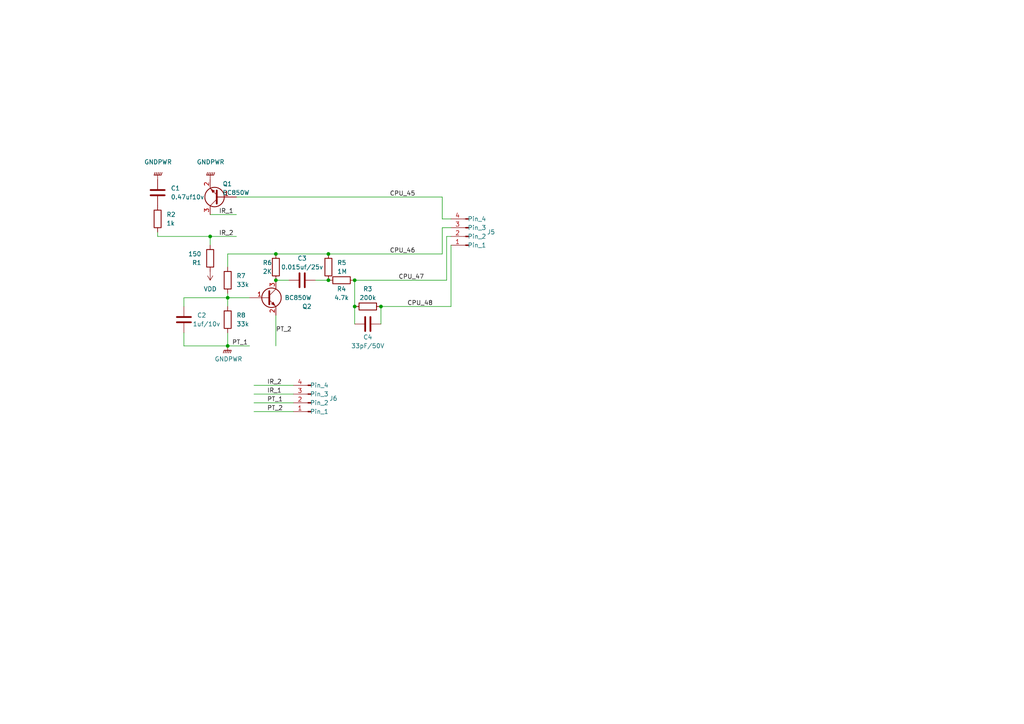
<source format=kicad_sch>
(kicad_sch
	(version 20231120)
	(generator "eeschema")
	(generator_version "8.0")
	(uuid "7234510c-a57b-4449-9b96-152fea1cbda0")
	(paper "A4")
	(lib_symbols
		(symbol "Connector:Conn_01x04_Pin"
			(pin_names
				(offset 1.016)
			)
			(exclude_from_sim no)
			(in_bom yes)
			(on_board yes)
			(property "Reference" "J"
				(at 0 5.08 0)
				(effects
					(font
						(size 1.27 1.27)
					)
				)
			)
			(property "Value" "Conn_01x04_Pin"
				(at 0 -7.62 0)
				(effects
					(font
						(size 1.27 1.27)
					)
				)
			)
			(property "Footprint" ""
				(at 0 0 0)
				(effects
					(font
						(size 1.27 1.27)
					)
					(hide yes)
				)
			)
			(property "Datasheet" "~"
				(at 0 0 0)
				(effects
					(font
						(size 1.27 1.27)
					)
					(hide yes)
				)
			)
			(property "Description" "Generic connector, single row, 01x04, script generated"
				(at 0 0 0)
				(effects
					(font
						(size 1.27 1.27)
					)
					(hide yes)
				)
			)
			(property "ki_locked" ""
				(at 0 0 0)
				(effects
					(font
						(size 1.27 1.27)
					)
				)
			)
			(property "ki_keywords" "connector"
				(at 0 0 0)
				(effects
					(font
						(size 1.27 1.27)
					)
					(hide yes)
				)
			)
			(property "ki_fp_filters" "Connector*:*_1x??_*"
				(at 0 0 0)
				(effects
					(font
						(size 1.27 1.27)
					)
					(hide yes)
				)
			)
			(symbol "Conn_01x04_Pin_1_1"
				(polyline
					(pts
						(xy 1.27 -5.08) (xy 0.8636 -5.08)
					)
					(stroke
						(width 0.1524)
						(type default)
					)
					(fill
						(type none)
					)
				)
				(polyline
					(pts
						(xy 1.27 -2.54) (xy 0.8636 -2.54)
					)
					(stroke
						(width 0.1524)
						(type default)
					)
					(fill
						(type none)
					)
				)
				(polyline
					(pts
						(xy 1.27 0) (xy 0.8636 0)
					)
					(stroke
						(width 0.1524)
						(type default)
					)
					(fill
						(type none)
					)
				)
				(polyline
					(pts
						(xy 1.27 2.54) (xy 0.8636 2.54)
					)
					(stroke
						(width 0.1524)
						(type default)
					)
					(fill
						(type none)
					)
				)
				(rectangle
					(start 0.8636 -4.953)
					(end 0 -5.207)
					(stroke
						(width 0.1524)
						(type default)
					)
					(fill
						(type outline)
					)
				)
				(rectangle
					(start 0.8636 -2.413)
					(end 0 -2.667)
					(stroke
						(width 0.1524)
						(type default)
					)
					(fill
						(type outline)
					)
				)
				(rectangle
					(start 0.8636 0.127)
					(end 0 -0.127)
					(stroke
						(width 0.1524)
						(type default)
					)
					(fill
						(type outline)
					)
				)
				(rectangle
					(start 0.8636 2.667)
					(end 0 2.413)
					(stroke
						(width 0.1524)
						(type default)
					)
					(fill
						(type outline)
					)
				)
				(pin passive line
					(at 5.08 2.54 180)
					(length 3.81)
					(name "Pin_1"
						(effects
							(font
								(size 1.27 1.27)
							)
						)
					)
					(number "1"
						(effects
							(font
								(size 1.27 1.27)
							)
						)
					)
				)
				(pin passive line
					(at 5.08 0 180)
					(length 3.81)
					(name "Pin_2"
						(effects
							(font
								(size 1.27 1.27)
							)
						)
					)
					(number "2"
						(effects
							(font
								(size 1.27 1.27)
							)
						)
					)
				)
				(pin passive line
					(at 5.08 -2.54 180)
					(length 3.81)
					(name "Pin_3"
						(effects
							(font
								(size 1.27 1.27)
							)
						)
					)
					(number "3"
						(effects
							(font
								(size 1.27 1.27)
							)
						)
					)
				)
				(pin passive line
					(at 5.08 -5.08 180)
					(length 3.81)
					(name "Pin_4"
						(effects
							(font
								(size 1.27 1.27)
							)
						)
					)
					(number "4"
						(effects
							(font
								(size 1.27 1.27)
							)
						)
					)
				)
			)
		)
		(symbol "Device:C"
			(pin_numbers hide)
			(pin_names
				(offset 0.254)
			)
			(exclude_from_sim no)
			(in_bom yes)
			(on_board yes)
			(property "Reference" "C"
				(at 0.635 2.54 0)
				(effects
					(font
						(size 1.27 1.27)
					)
					(justify left)
				)
			)
			(property "Value" "C"
				(at 0.635 -2.54 0)
				(effects
					(font
						(size 1.27 1.27)
					)
					(justify left)
				)
			)
			(property "Footprint" ""
				(at 0.9652 -3.81 0)
				(effects
					(font
						(size 1.27 1.27)
					)
					(hide yes)
				)
			)
			(property "Datasheet" "~"
				(at 0 0 0)
				(effects
					(font
						(size 1.27 1.27)
					)
					(hide yes)
				)
			)
			(property "Description" "Unpolarized capacitor"
				(at 0 0 0)
				(effects
					(font
						(size 1.27 1.27)
					)
					(hide yes)
				)
			)
			(property "ki_keywords" "cap capacitor"
				(at 0 0 0)
				(effects
					(font
						(size 1.27 1.27)
					)
					(hide yes)
				)
			)
			(property "ki_fp_filters" "C_*"
				(at 0 0 0)
				(effects
					(font
						(size 1.27 1.27)
					)
					(hide yes)
				)
			)
			(symbol "C_0_1"
				(polyline
					(pts
						(xy -2.032 -0.762) (xy 2.032 -0.762)
					)
					(stroke
						(width 0.508)
						(type default)
					)
					(fill
						(type none)
					)
				)
				(polyline
					(pts
						(xy -2.032 0.762) (xy 2.032 0.762)
					)
					(stroke
						(width 0.508)
						(type default)
					)
					(fill
						(type none)
					)
				)
			)
			(symbol "C_1_1"
				(pin passive line
					(at 0 3.81 270)
					(length 2.794)
					(name "~"
						(effects
							(font
								(size 1.27 1.27)
							)
						)
					)
					(number "1"
						(effects
							(font
								(size 1.27 1.27)
							)
						)
					)
				)
				(pin passive line
					(at 0 -3.81 90)
					(length 2.794)
					(name "~"
						(effects
							(font
								(size 1.27 1.27)
							)
						)
					)
					(number "2"
						(effects
							(font
								(size 1.27 1.27)
							)
						)
					)
				)
			)
		)
		(symbol "Device:R"
			(pin_numbers hide)
			(pin_names
				(offset 0)
			)
			(exclude_from_sim no)
			(in_bom yes)
			(on_board yes)
			(property "Reference" "R"
				(at 2.032 0 90)
				(effects
					(font
						(size 1.27 1.27)
					)
				)
			)
			(property "Value" "R"
				(at 0 0 90)
				(effects
					(font
						(size 1.27 1.27)
					)
				)
			)
			(property "Footprint" ""
				(at -1.778 0 90)
				(effects
					(font
						(size 1.27 1.27)
					)
					(hide yes)
				)
			)
			(property "Datasheet" "~"
				(at 0 0 0)
				(effects
					(font
						(size 1.27 1.27)
					)
					(hide yes)
				)
			)
			(property "Description" "Resistor"
				(at 0 0 0)
				(effects
					(font
						(size 1.27 1.27)
					)
					(hide yes)
				)
			)
			(property "ki_keywords" "R res resistor"
				(at 0 0 0)
				(effects
					(font
						(size 1.27 1.27)
					)
					(hide yes)
				)
			)
			(property "ki_fp_filters" "R_*"
				(at 0 0 0)
				(effects
					(font
						(size 1.27 1.27)
					)
					(hide yes)
				)
			)
			(symbol "R_0_1"
				(rectangle
					(start -1.016 -2.54)
					(end 1.016 2.54)
					(stroke
						(width 0.254)
						(type default)
					)
					(fill
						(type none)
					)
				)
			)
			(symbol "R_1_1"
				(pin passive line
					(at 0 3.81 270)
					(length 1.27)
					(name "~"
						(effects
							(font
								(size 1.27 1.27)
							)
						)
					)
					(number "1"
						(effects
							(font
								(size 1.27 1.27)
							)
						)
					)
				)
				(pin passive line
					(at 0 -3.81 90)
					(length 1.27)
					(name "~"
						(effects
							(font
								(size 1.27 1.27)
							)
						)
					)
					(number "2"
						(effects
							(font
								(size 1.27 1.27)
							)
						)
					)
				)
			)
		)
		(symbol "Transistor_BJT:BC850W"
			(pin_names
				(offset 0) hide)
			(exclude_from_sim no)
			(in_bom yes)
			(on_board yes)
			(property "Reference" "Q"
				(at 5.08 1.905 0)
				(effects
					(font
						(size 1.27 1.27)
					)
					(justify left)
				)
			)
			(property "Value" "BC850W"
				(at 5.08 0 0)
				(effects
					(font
						(size 1.27 1.27)
					)
					(justify left)
				)
			)
			(property "Footprint" "Package_TO_SOT_SMD:SOT-323_SC-70"
				(at 5.08 -1.905 0)
				(effects
					(font
						(size 1.27 1.27)
						(italic yes)
					)
					(justify left)
					(hide yes)
				)
			)
			(property "Datasheet" "http://www.infineon.com/dgdl/Infineon-BC847SERIES_BC848SERIES_BC849SERIES_BC850SERIES-DS-v01_01-en.pdf?fileId=db3a304314dca389011541d4630a1657"
				(at 0 0 0)
				(effects
					(font
						(size 1.27 1.27)
					)
					(justify left)
					(hide yes)
				)
			)
			(property "Description" "0.1A Ic, 45V Vce, NPN Transistor, SOT-323"
				(at 0 0 0)
				(effects
					(font
						(size 1.27 1.27)
					)
					(hide yes)
				)
			)
			(property "ki_keywords" "NPN Small Signal Transistor"
				(at 0 0 0)
				(effects
					(font
						(size 1.27 1.27)
					)
					(hide yes)
				)
			)
			(property "ki_fp_filters" "SOT?323*"
				(at 0 0 0)
				(effects
					(font
						(size 1.27 1.27)
					)
					(hide yes)
				)
			)
			(symbol "BC850W_0_1"
				(polyline
					(pts
						(xy 0.635 0.635) (xy 2.54 2.54)
					)
					(stroke
						(width 0)
						(type default)
					)
					(fill
						(type none)
					)
				)
				(polyline
					(pts
						(xy 0.635 -0.635) (xy 2.54 -2.54) (xy 2.54 -2.54)
					)
					(stroke
						(width 0)
						(type default)
					)
					(fill
						(type none)
					)
				)
				(polyline
					(pts
						(xy 0.635 1.905) (xy 0.635 -1.905) (xy 0.635 -1.905)
					)
					(stroke
						(width 0.508)
						(type default)
					)
					(fill
						(type none)
					)
				)
				(polyline
					(pts
						(xy 1.27 -1.778) (xy 1.778 -1.27) (xy 2.286 -2.286) (xy 1.27 -1.778) (xy 1.27 -1.778)
					)
					(stroke
						(width 0)
						(type default)
					)
					(fill
						(type outline)
					)
				)
				(circle
					(center 1.27 0)
					(radius 2.8194)
					(stroke
						(width 0.254)
						(type default)
					)
					(fill
						(type none)
					)
				)
			)
			(symbol "BC850W_1_1"
				(pin input line
					(at -5.08 0 0)
					(length 5.715)
					(name "B"
						(effects
							(font
								(size 1.27 1.27)
							)
						)
					)
					(number "1"
						(effects
							(font
								(size 1.27 1.27)
							)
						)
					)
				)
				(pin passive line
					(at 2.54 -5.08 90)
					(length 2.54)
					(name "E"
						(effects
							(font
								(size 1.27 1.27)
							)
						)
					)
					(number "2"
						(effects
							(font
								(size 1.27 1.27)
							)
						)
					)
				)
				(pin passive line
					(at 2.54 5.08 270)
					(length 2.54)
					(name "C"
						(effects
							(font
								(size 1.27 1.27)
							)
						)
					)
					(number "3"
						(effects
							(font
								(size 1.27 1.27)
							)
						)
					)
				)
			)
		)
		(symbol "power:GNDPWR"
			(power)
			(pin_names
				(offset 0)
			)
			(exclude_from_sim no)
			(in_bom yes)
			(on_board yes)
			(property "Reference" "#PWR"
				(at 0 -5.08 0)
				(effects
					(font
						(size 1.27 1.27)
					)
					(hide yes)
				)
			)
			(property "Value" "GNDPWR"
				(at 0 -3.302 0)
				(effects
					(font
						(size 1.27 1.27)
					)
				)
			)
			(property "Footprint" ""
				(at 0 -1.27 0)
				(effects
					(font
						(size 1.27 1.27)
					)
					(hide yes)
				)
			)
			(property "Datasheet" ""
				(at 0 -1.27 0)
				(effects
					(font
						(size 1.27 1.27)
					)
					(hide yes)
				)
			)
			(property "Description" "Power symbol creates a global label with name \"GNDPWR\" , power ground"
				(at 0 0 0)
				(effects
					(font
						(size 1.27 1.27)
					)
					(hide yes)
				)
			)
			(property "ki_keywords" "power-flag"
				(at 0 0 0)
				(effects
					(font
						(size 1.27 1.27)
					)
					(hide yes)
				)
			)
			(symbol "GNDPWR_0_1"
				(polyline
					(pts
						(xy 0 -1.27) (xy 0 0)
					)
					(stroke
						(width 0)
						(type default)
					)
					(fill
						(type none)
					)
				)
				(polyline
					(pts
						(xy -1.016 -1.27) (xy -1.27 -2.032) (xy -1.27 -2.032)
					)
					(stroke
						(width 0.2032)
						(type default)
					)
					(fill
						(type none)
					)
				)
				(polyline
					(pts
						(xy -0.508 -1.27) (xy -0.762 -2.032) (xy -0.762 -2.032)
					)
					(stroke
						(width 0.2032)
						(type default)
					)
					(fill
						(type none)
					)
				)
				(polyline
					(pts
						(xy 0 -1.27) (xy -0.254 -2.032) (xy -0.254 -2.032)
					)
					(stroke
						(width 0.2032)
						(type default)
					)
					(fill
						(type none)
					)
				)
				(polyline
					(pts
						(xy 0.508 -1.27) (xy 0.254 -2.032) (xy 0.254 -2.032)
					)
					(stroke
						(width 0.2032)
						(type default)
					)
					(fill
						(type none)
					)
				)
				(polyline
					(pts
						(xy 1.016 -1.27) (xy -1.016 -1.27) (xy -1.016 -1.27)
					)
					(stroke
						(width 0.2032)
						(type default)
					)
					(fill
						(type none)
					)
				)
				(polyline
					(pts
						(xy 1.016 -1.27) (xy 0.762 -2.032) (xy 0.762 -2.032) (xy 0.762 -2.032)
					)
					(stroke
						(width 0.2032)
						(type default)
					)
					(fill
						(type none)
					)
				)
			)
			(symbol "GNDPWR_1_1"
				(pin power_in line
					(at 0 0 270)
					(length 0) hide
					(name "GNDPWR"
						(effects
							(font
								(size 1.27 1.27)
							)
						)
					)
					(number "1"
						(effects
							(font
								(size 1.27 1.27)
							)
						)
					)
				)
			)
		)
		(symbol "power:VDD"
			(power)
			(pin_names
				(offset 0)
			)
			(exclude_from_sim no)
			(in_bom yes)
			(on_board yes)
			(property "Reference" "#PWR"
				(at 0 -3.81 0)
				(effects
					(font
						(size 1.27 1.27)
					)
					(hide yes)
				)
			)
			(property "Value" "VDD"
				(at 0 3.81 0)
				(effects
					(font
						(size 1.27 1.27)
					)
				)
			)
			(property "Footprint" ""
				(at 0 0 0)
				(effects
					(font
						(size 1.27 1.27)
					)
					(hide yes)
				)
			)
			(property "Datasheet" ""
				(at 0 0 0)
				(effects
					(font
						(size 1.27 1.27)
					)
					(hide yes)
				)
			)
			(property "Description" "Power symbol creates a global label with name \"VDD\""
				(at 0 0 0)
				(effects
					(font
						(size 1.27 1.27)
					)
					(hide yes)
				)
			)
			(property "ki_keywords" "power-flag"
				(at 0 0 0)
				(effects
					(font
						(size 1.27 1.27)
					)
					(hide yes)
				)
			)
			(symbol "VDD_0_1"
				(polyline
					(pts
						(xy -0.762 1.27) (xy 0 2.54)
					)
					(stroke
						(width 0)
						(type default)
					)
					(fill
						(type none)
					)
				)
				(polyline
					(pts
						(xy 0 0) (xy 0 2.54)
					)
					(stroke
						(width 0)
						(type default)
					)
					(fill
						(type none)
					)
				)
				(polyline
					(pts
						(xy 0 2.54) (xy 0.762 1.27)
					)
					(stroke
						(width 0)
						(type default)
					)
					(fill
						(type none)
					)
				)
			)
			(symbol "VDD_1_1"
				(pin power_in line
					(at 0 0 90)
					(length 0) hide
					(name "VDD"
						(effects
							(font
								(size 1.27 1.27)
							)
						)
					)
					(number "1"
						(effects
							(font
								(size 1.27 1.27)
							)
						)
					)
				)
			)
		)
	)
	(junction
		(at 60.96 68.58)
		(diameter 0)
		(color 0 0 0 0)
		(uuid "0aa3acb5-8a2d-47bd-83af-8a433980330b")
	)
	(junction
		(at 102.87 88.9)
		(diameter 0)
		(color 0 0 0 0)
		(uuid "1160e278-a557-4133-b87b-37781ef5d8d8")
	)
	(junction
		(at 110.49 88.9)
		(diameter 0)
		(color 0 0 0 0)
		(uuid "2ad300f6-9b8a-421d-a130-5d828dace27c")
	)
	(junction
		(at 66.04 100.33)
		(diameter 0)
		(color 0 0 0 0)
		(uuid "2b20834f-add3-4e60-ae3d-8437b2dc909d")
	)
	(junction
		(at 95.25 81.28)
		(diameter 0)
		(color 0 0 0 0)
		(uuid "43edd270-b58e-4520-bf5c-e311cffb72d3")
	)
	(junction
		(at 95.25 73.66)
		(diameter 0)
		(color 0 0 0 0)
		(uuid "451d9703-df61-4c0b-83aa-61e2a556320c")
	)
	(junction
		(at 80.01 73.66)
		(diameter 0)
		(color 0 0 0 0)
		(uuid "63247c21-5417-4599-9444-5f38d9f93ea2")
	)
	(junction
		(at 66.04 86.36)
		(diameter 0)
		(color 0 0 0 0)
		(uuid "69c910bb-0e44-443a-9182-343f09dd1d06")
	)
	(junction
		(at 102.87 81.28)
		(diameter 0)
		(color 0 0 0 0)
		(uuid "aefd3321-2f47-49cc-b184-b598e40c208d")
	)
	(junction
		(at 80.01 81.28)
		(diameter 0)
		(color 0 0 0 0)
		(uuid "c6245bd9-df15-4676-902c-857fc85996ba")
	)
	(wire
		(pts
			(xy 129.54 68.58) (xy 130.81 68.58)
		)
		(stroke
			(width 0)
			(type default)
		)
		(uuid "02ca8686-e233-4ce6-a5a8-7f3c4db7ae4b")
	)
	(wire
		(pts
			(xy 66.04 100.33) (xy 66.04 96.52)
		)
		(stroke
			(width 0)
			(type default)
		)
		(uuid "09f457cd-bb7f-4bff-94ff-70a3554455bc")
	)
	(wire
		(pts
			(xy 130.81 88.9) (xy 130.81 71.12)
		)
		(stroke
			(width 0)
			(type default)
		)
		(uuid "09fc2af7-d19a-4e06-9961-84ee1e35acfb")
	)
	(wire
		(pts
			(xy 53.34 86.36) (xy 66.04 86.36)
		)
		(stroke
			(width 0)
			(type default)
		)
		(uuid "0ea354e0-14b9-41e9-8f24-204691d85b8d")
	)
	(wire
		(pts
			(xy 60.96 68.58) (xy 45.72 68.58)
		)
		(stroke
			(width 0)
			(type default)
		)
		(uuid "0fa05cad-34f2-47b3-82a4-fa81d431799b")
	)
	(wire
		(pts
			(xy 73.66 116.84) (xy 85.09 116.84)
		)
		(stroke
			(width 0)
			(type default)
		)
		(uuid "1875a895-f78f-4421-8741-f4a822fed1a2")
	)
	(wire
		(pts
			(xy 60.96 71.12) (xy 60.96 68.58)
		)
		(stroke
			(width 0)
			(type default)
		)
		(uuid "1c79a21a-69b4-4af2-810d-dbaba1b8bfc5")
	)
	(wire
		(pts
			(xy 91.44 81.28) (xy 95.25 81.28)
		)
		(stroke
			(width 0)
			(type default)
		)
		(uuid "1ef49367-abd0-4c85-9dd2-2b9a0a8d91f7")
	)
	(wire
		(pts
			(xy 73.66 111.76) (xy 85.09 111.76)
		)
		(stroke
			(width 0)
			(type default)
		)
		(uuid "3136b1b4-c16c-4f4f-a2f2-33683be83766")
	)
	(wire
		(pts
			(xy 110.49 88.9) (xy 110.49 93.98)
		)
		(stroke
			(width 0)
			(type default)
		)
		(uuid "3602383b-7574-42ff-8a75-8a623a424d92")
	)
	(wire
		(pts
			(xy 80.01 81.28) (xy 83.82 81.28)
		)
		(stroke
			(width 0)
			(type default)
		)
		(uuid "372e245e-c407-4382-9c68-05b97febcffc")
	)
	(wire
		(pts
			(xy 102.87 81.28) (xy 102.87 88.9)
		)
		(stroke
			(width 0)
			(type default)
		)
		(uuid "4b60a924-a9ee-4aac-939c-0e43d7abbcaf")
	)
	(wire
		(pts
			(xy 66.04 86.36) (xy 72.39 86.36)
		)
		(stroke
			(width 0)
			(type default)
		)
		(uuid "4fa2c9e4-5705-4732-b803-27235a5b79e4")
	)
	(wire
		(pts
			(xy 128.27 73.66) (xy 128.27 66.04)
		)
		(stroke
			(width 0)
			(type default)
		)
		(uuid "5b4c9ae8-10d0-435d-a435-b304ff1f7fad")
	)
	(wire
		(pts
			(xy 73.66 114.3) (xy 85.09 114.3)
		)
		(stroke
			(width 0)
			(type default)
		)
		(uuid "62fc8136-74ab-465f-b70b-6d573369bf5e")
	)
	(wire
		(pts
			(xy 80.01 91.44) (xy 80.01 100.33)
		)
		(stroke
			(width 0)
			(type default)
		)
		(uuid "64eeb212-4c1e-4d37-8180-9145cb037ea0")
	)
	(wire
		(pts
			(xy 128.27 66.04) (xy 130.81 66.04)
		)
		(stroke
			(width 0)
			(type default)
		)
		(uuid "687bb716-5f51-401b-99fd-b00e3697d941")
	)
	(wire
		(pts
			(xy 73.66 119.38) (xy 85.09 119.38)
		)
		(stroke
			(width 0)
			(type default)
		)
		(uuid "6cc86906-8177-4324-9c6e-e99f76f4e494")
	)
	(wire
		(pts
			(xy 53.34 88.9) (xy 53.34 86.36)
		)
		(stroke
			(width 0)
			(type default)
		)
		(uuid "7d4d11bd-31a7-444b-9fc0-bcd98d128a21")
	)
	(wire
		(pts
			(xy 68.58 57.15) (xy 128.27 57.15)
		)
		(stroke
			(width 0)
			(type default)
		)
		(uuid "86710b97-f567-42a5-aed7-f8547c2c867a")
	)
	(wire
		(pts
			(xy 80.01 73.66) (xy 66.04 73.66)
		)
		(stroke
			(width 0)
			(type default)
		)
		(uuid "9069eef2-4adc-4718-8f82-69faeaf2f036")
	)
	(wire
		(pts
			(xy 45.72 68.58) (xy 45.72 67.31)
		)
		(stroke
			(width 0)
			(type default)
		)
		(uuid "90a4e625-4f28-418a-a72e-fd365d68edbb")
	)
	(wire
		(pts
			(xy 102.87 81.28) (xy 129.54 81.28)
		)
		(stroke
			(width 0)
			(type default)
		)
		(uuid "9fa09a5d-e63a-4aa6-87aa-caaf1f0dfab4")
	)
	(wire
		(pts
			(xy 95.25 73.66) (xy 128.27 73.66)
		)
		(stroke
			(width 0)
			(type default)
		)
		(uuid "a624cd0d-cc95-4c2e-8bc4-3f861a1b6033")
	)
	(wire
		(pts
			(xy 66.04 85.09) (xy 66.04 86.36)
		)
		(stroke
			(width 0)
			(type default)
		)
		(uuid "b62a4b51-f629-4613-a489-e23d73102288")
	)
	(wire
		(pts
			(xy 128.27 57.15) (xy 128.27 63.5)
		)
		(stroke
			(width 0)
			(type default)
		)
		(uuid "b775be94-1aef-4f11-9141-8d55118274af")
	)
	(wire
		(pts
			(xy 129.54 81.28) (xy 129.54 68.58)
		)
		(stroke
			(width 0)
			(type default)
		)
		(uuid "c407faab-a986-4c87-b2f0-3219a256b9a5")
	)
	(wire
		(pts
			(xy 110.49 88.9) (xy 130.81 88.9)
		)
		(stroke
			(width 0)
			(type default)
		)
		(uuid "c830ae98-2e63-48d8-ad92-af77e3ea81fd")
	)
	(wire
		(pts
			(xy 66.04 100.33) (xy 72.39 100.33)
		)
		(stroke
			(width 0)
			(type default)
		)
		(uuid "d6b2fbff-b6ab-4c7f-b2f7-3155ecd4260e")
	)
	(wire
		(pts
			(xy 60.96 62.23) (xy 68.58 62.23)
		)
		(stroke
			(width 0)
			(type default)
		)
		(uuid "eb524cb0-48cf-4c96-8556-d613efaf2497")
	)
	(wire
		(pts
			(xy 66.04 86.36) (xy 66.04 88.9)
		)
		(stroke
			(width 0)
			(type default)
		)
		(uuid "ef3fd42c-5434-42d7-9c7d-c026e613d937")
	)
	(wire
		(pts
			(xy 128.27 63.5) (xy 130.81 63.5)
		)
		(stroke
			(width 0)
			(type default)
		)
		(uuid "f27fbbbc-c31e-4f15-9d6d-953336ed5152")
	)
	(wire
		(pts
			(xy 66.04 73.66) (xy 66.04 77.47)
		)
		(stroke
			(width 0)
			(type default)
		)
		(uuid "f374ce20-edb6-4d88-842e-ed1d20a2ee4d")
	)
	(wire
		(pts
			(xy 53.34 100.33) (xy 66.04 100.33)
		)
		(stroke
			(width 0)
			(type default)
		)
		(uuid "f46bf211-348b-40f0-8f8a-3bbe655ce8d8")
	)
	(wire
		(pts
			(xy 80.01 73.66) (xy 95.25 73.66)
		)
		(stroke
			(width 0)
			(type default)
		)
		(uuid "f621f608-d819-47ed-aec7-03faa4460ad5")
	)
	(wire
		(pts
			(xy 60.96 68.58) (xy 68.58 68.58)
		)
		(stroke
			(width 0)
			(type default)
		)
		(uuid "f9217194-f63c-4e74-b420-ad6e440718bf")
	)
	(wire
		(pts
			(xy 102.87 88.9) (xy 102.87 93.98)
		)
		(stroke
			(width 0)
			(type default)
		)
		(uuid "fa5e9bcf-4f3c-4b07-943a-0d656655eef2")
	)
	(wire
		(pts
			(xy 53.34 96.52) (xy 53.34 100.33)
		)
		(stroke
			(width 0)
			(type default)
		)
		(uuid "fa60932a-6172-4852-a0f5-72b5c90eba9f")
	)
	(label "CPU_46"
		(at 113.03 73.66 0)
		(fields_autoplaced yes)
		(effects
			(font
				(size 1.27 1.27)
			)
			(justify left bottom)
		)
		(uuid "0dba388e-6bab-43dc-a619-097b54ed2dfb")
	)
	(label "IR_1"
		(at 77.47 114.3 0)
		(fields_autoplaced yes)
		(effects
			(font
				(size 1.27 1.27)
			)
			(justify left bottom)
		)
		(uuid "1b46524f-cd21-4bee-a371-fb24940a89d6")
	)
	(label "PT_2"
		(at 77.47 119.38 0)
		(fields_autoplaced yes)
		(effects
			(font
				(size 1.27 1.27)
			)
			(justify left bottom)
		)
		(uuid "1bf5f755-1b78-4a94-ba49-df41eebe0e83")
	)
	(label "PT_2"
		(at 80.01 96.52 0)
		(fields_autoplaced yes)
		(effects
			(font
				(size 1.27 1.27)
			)
			(justify left bottom)
		)
		(uuid "4019ad08-3ebb-442c-b96e-fa4764a48477")
	)
	(label "PT_1"
		(at 77.47 116.84 0)
		(fields_autoplaced yes)
		(effects
			(font
				(size 1.27 1.27)
			)
			(justify left bottom)
		)
		(uuid "60ee0c1c-60ad-4269-b11b-8af69746118a")
	)
	(label "IR_2"
		(at 63.5 68.58 0)
		(fields_autoplaced yes)
		(effects
			(font
				(size 1.27 1.27)
			)
			(justify left bottom)
		)
		(uuid "662f9391-86c7-45e2-8b83-51a29144c913")
	)
	(label "CPU_47"
		(at 115.57 81.28 0)
		(fields_autoplaced yes)
		(effects
			(font
				(size 1.27 1.27)
			)
			(justify left bottom)
		)
		(uuid "6f12fbb4-d512-416d-a78b-be5bb1b53ef2")
	)
	(label "CPU_48"
		(at 118.11 88.9 0)
		(fields_autoplaced yes)
		(effects
			(font
				(size 1.27 1.27)
			)
			(justify left bottom)
		)
		(uuid "7d3beed9-da18-4b87-a8e4-ffcc73ccaabb")
	)
	(label "CPU_45"
		(at 113.03 57.15 0)
		(fields_autoplaced yes)
		(effects
			(font
				(size 1.27 1.27)
			)
			(justify left bottom)
		)
		(uuid "a06df12b-cef3-4b37-8d51-00334d620159")
	)
	(label "IR_2"
		(at 77.47 111.76 0)
		(fields_autoplaced yes)
		(effects
			(font
				(size 1.27 1.27)
			)
			(justify left bottom)
		)
		(uuid "b6e610ca-c688-4f69-90dd-caa3e7447f67")
	)
	(label "IR_1"
		(at 63.5 62.23 0)
		(fields_autoplaced yes)
		(effects
			(font
				(size 1.27 1.27)
			)
			(justify left bottom)
		)
		(uuid "d295faa4-9fc2-4412-9e7d-6573900ed0a8")
	)
	(label "PT_1"
		(at 67.31 100.33 0)
		(fields_autoplaced yes)
		(effects
			(font
				(size 1.27 1.27)
			)
			(justify left bottom)
		)
		(uuid "e69bc8a5-e611-407c-8048-c0aec65d3ad9")
	)
	(symbol
		(lib_id "Connector:Conn_01x04_Pin")
		(at 135.89 68.58 180)
		(unit 1)
		(exclude_from_sim no)
		(in_bom yes)
		(on_board yes)
		(dnp no)
		(uuid "09d8eb08-ed53-4771-b8aa-2bf1e935be5b")
		(property "Reference" "J5"
			(at 141.224 67.31 0)
			(effects
				(font
					(size 1.27 1.27)
				)
				(justify right)
			)
		)
		(property "Value" "Conn_01x04_Pin"
			(at 137.16 68.5799 0)
			(effects
				(font
					(size 1.27 1.27)
				)
				(justify right)
				(hide yes)
			)
		)
		(property "Footprint" "Customs:CPU_connector"
			(at 135.89 68.58 0)
			(effects
				(font
					(size 1.27 1.27)
				)
				(hide yes)
			)
		)
		(property "Datasheet" "~"
			(at 135.89 68.58 0)
			(effects
				(font
					(size 1.27 1.27)
				)
				(hide yes)
			)
		)
		(property "Description" "Generic connector, single row, 01x04, script generated"
			(at 135.89 68.58 0)
			(effects
				(font
					(size 1.27 1.27)
				)
				(hide yes)
			)
		)
		(pin "4"
			(uuid "77775be2-aa57-4e89-80ab-936c91de4813")
		)
		(pin "3"
			(uuid "be2b074d-7202-4e8b-a199-e702290a5f28")
		)
		(pin "1"
			(uuid "6929c88e-7000-4676-844a-22b0ea74b750")
		)
		(pin "2"
			(uuid "ed22bab6-be51-4f4c-8b84-260d6a0c6844")
		)
		(instances
			(project "FBC-IR"
				(path "/7234510c-a57b-4449-9b96-152fea1cbda0"
					(reference "J5")
					(unit 1)
				)
			)
		)
	)
	(symbol
		(lib_id "Device:C")
		(at 53.34 92.71 0)
		(unit 1)
		(exclude_from_sim no)
		(in_bom yes)
		(on_board yes)
		(dnp no)
		(uuid "20dddd16-256c-49af-a65b-ac5ff85da6c5")
		(property "Reference" "C2"
			(at 57.15 91.4399 0)
			(effects
				(font
					(size 1.27 1.27)
				)
				(justify left)
			)
		)
		(property "Value" "1uf/10v"
			(at 55.88 93.98 0)
			(effects
				(font
					(size 1.27 1.27)
				)
				(justify left)
			)
		)
		(property "Footprint" "Capacitor_SMD:C_0201_0603Metric"
			(at 54.3052 96.52 0)
			(effects
				(font
					(size 1.27 1.27)
				)
				(hide yes)
			)
		)
		(property "Datasheet" "~"
			(at 53.34 92.71 0)
			(effects
				(font
					(size 1.27 1.27)
				)
				(hide yes)
			)
		)
		(property "Description" ""
			(at 53.34 92.71 0)
			(effects
				(font
					(size 1.27 1.27)
				)
				(hide yes)
			)
		)
		(pin "1"
			(uuid "de0b298a-6ed2-4218-b5d2-4689394dee72")
		)
		(pin "2"
			(uuid "5d0f07a9-994b-4a7c-89fd-b0fbdac383d9")
		)
		(instances
			(project "FBC-IR"
				(path "/7234510c-a57b-4449-9b96-152fea1cbda0"
					(reference "C2")
					(unit 1)
				)
			)
		)
	)
	(symbol
		(lib_id "Transistor_BJT:BC850W")
		(at 63.5 57.15 180)
		(unit 1)
		(exclude_from_sim no)
		(in_bom yes)
		(on_board yes)
		(dnp no)
		(uuid "2a67e5f1-2530-42e3-9424-472c8457a6a9")
		(property "Reference" "Q1"
			(at 67.31 53.34 0)
			(effects
				(font
					(size 1.27 1.27)
				)
				(justify left)
			)
		)
		(property "Value" "BC850W"
			(at 72.39 55.88 0)
			(effects
				(font
					(size 1.27 1.27)
				)
				(justify left)
			)
		)
		(property "Footprint" "Package_TO_SOT_SMD:SOT-323_SC-70"
			(at 58.42 55.245 0)
			(effects
				(font
					(size 1.27 1.27)
					(italic yes)
				)
				(justify left)
				(hide yes)
			)
		)
		(property "Datasheet" "http://www.infineon.com/dgdl/Infineon-BC847SERIES_BC848SERIES_BC849SERIES_BC850SERIES-DS-v01_01-en.pdf?fileId=db3a304314dca389011541d4630a1657"
			(at 63.5 57.15 0)
			(effects
				(font
					(size 1.27 1.27)
				)
				(justify left)
				(hide yes)
			)
		)
		(property "Description" ""
			(at 63.5 57.15 0)
			(effects
				(font
					(size 1.27 1.27)
				)
				(hide yes)
			)
		)
		(pin "1"
			(uuid "bcc2f18b-c83e-4464-987c-aebc34d03fc7")
		)
		(pin "2"
			(uuid "7f0bf980-fc14-4d10-bc4b-fa04434044f6")
		)
		(pin "3"
			(uuid "faf6d784-b6f4-4cea-8dbc-e89251e695e7")
		)
		(instances
			(project "FBC-IR"
				(path "/7234510c-a57b-4449-9b96-152fea1cbda0"
					(reference "Q1")
					(unit 1)
				)
			)
		)
	)
	(symbol
		(lib_id "Device:C")
		(at 45.72 55.88 0)
		(unit 1)
		(exclude_from_sim no)
		(in_bom yes)
		(on_board yes)
		(dnp no)
		(fields_autoplaced yes)
		(uuid "3a3c7ab8-72ba-4958-b568-9f97370931a2")
		(property "Reference" "C1"
			(at 49.53 54.6099 0)
			(effects
				(font
					(size 1.27 1.27)
				)
				(justify left)
			)
		)
		(property "Value" "0.47uf10v"
			(at 49.53 57.1499 0)
			(effects
				(font
					(size 1.27 1.27)
				)
				(justify left)
			)
		)
		(property "Footprint" "Capacitor_SMD:C_0201_0603Metric"
			(at 46.6852 59.69 0)
			(effects
				(font
					(size 1.27 1.27)
				)
				(hide yes)
			)
		)
		(property "Datasheet" "~"
			(at 45.72 55.88 0)
			(effects
				(font
					(size 1.27 1.27)
				)
				(hide yes)
			)
		)
		(property "Description" ""
			(at 45.72 55.88 0)
			(effects
				(font
					(size 1.27 1.27)
				)
				(hide yes)
			)
		)
		(pin "1"
			(uuid "e43572bc-aa1b-494f-a1ef-f930d03a4601")
		)
		(pin "2"
			(uuid "ee89e002-ebef-4ada-bdfe-e23c000ee2d6")
		)
		(instances
			(project "FBC-IR"
				(path "/7234510c-a57b-4449-9b96-152fea1cbda0"
					(reference "C1")
					(unit 1)
				)
			)
		)
	)
	(symbol
		(lib_id "Device:C")
		(at 87.63 81.28 90)
		(unit 1)
		(exclude_from_sim no)
		(in_bom yes)
		(on_board yes)
		(dnp no)
		(uuid "3d90bf25-ba79-4e5c-b299-d2ec6ebaec70")
		(property "Reference" "C3"
			(at 87.63 74.93 90)
			(effects
				(font
					(size 1.27 1.27)
				)
			)
		)
		(property "Value" "0.015uf/25v"
			(at 87.63 77.47 90)
			(effects
				(font
					(size 1.27 1.27)
				)
			)
		)
		(property "Footprint" "Capacitor_SMD:C_0201_0603Metric"
			(at 91.44 80.3148 0)
			(effects
				(font
					(size 1.27 1.27)
				)
				(hide yes)
			)
		)
		(property "Datasheet" "~"
			(at 87.63 81.28 0)
			(effects
				(font
					(size 1.27 1.27)
				)
				(hide yes)
			)
		)
		(property "Description" ""
			(at 87.63 81.28 0)
			(effects
				(font
					(size 1.27 1.27)
				)
				(hide yes)
			)
		)
		(pin "1"
			(uuid "54711bb9-7f41-4e70-9883-3756be6864f0")
		)
		(pin "2"
			(uuid "57612854-67d7-427a-ba85-43c8b04d0b20")
		)
		(instances
			(project "FBC-IR"
				(path "/7234510c-a57b-4449-9b96-152fea1cbda0"
					(reference "C3")
					(unit 1)
				)
			)
		)
	)
	(symbol
		(lib_id "Device:R")
		(at 66.04 81.28 0)
		(unit 1)
		(exclude_from_sim no)
		(in_bom yes)
		(on_board yes)
		(dnp no)
		(fields_autoplaced yes)
		(uuid "55c6c522-e02c-409f-9b53-4fb08e279e8c")
		(property "Reference" "R7"
			(at 68.58 80.0099 0)
			(effects
				(font
					(size 1.27 1.27)
				)
				(justify left)
			)
		)
		(property "Value" "33k"
			(at 68.58 82.5499 0)
			(effects
				(font
					(size 1.27 1.27)
				)
				(justify left)
			)
		)
		(property "Footprint" "Resistor_SMD:R_0201_0603Metric"
			(at 64.262 81.28 90)
			(effects
				(font
					(size 1.27 1.27)
				)
				(hide yes)
			)
		)
		(property "Datasheet" "~"
			(at 66.04 81.28 0)
			(effects
				(font
					(size 1.27 1.27)
				)
				(hide yes)
			)
		)
		(property "Description" ""
			(at 66.04 81.28 0)
			(effects
				(font
					(size 1.27 1.27)
				)
				(hide yes)
			)
		)
		(pin "1"
			(uuid "60a220a7-794a-48a3-b7ba-25627c9766da")
		)
		(pin "2"
			(uuid "2407642b-cf06-4490-80a5-9eaa9c82769a")
		)
		(instances
			(project "FBC-IR"
				(path "/7234510c-a57b-4449-9b96-152fea1cbda0"
					(reference "R7")
					(unit 1)
				)
			)
		)
	)
	(symbol
		(lib_id "power:VDD")
		(at 60.96 78.74 180)
		(unit 1)
		(exclude_from_sim no)
		(in_bom yes)
		(on_board yes)
		(dnp no)
		(fields_autoplaced yes)
		(uuid "5cdea2f4-a1ba-47a6-b1a1-c143623d9362")
		(property "Reference" "#PWR0103"
			(at 60.96 74.93 0)
			(effects
				(font
					(size 1.27 1.27)
				)
				(hide yes)
			)
		)
		(property "Value" "VDD"
			(at 60.96 83.82 0)
			(effects
				(font
					(size 1.27 1.27)
				)
			)
		)
		(property "Footprint" ""
			(at 60.96 78.74 0)
			(effects
				(font
					(size 1.27 1.27)
				)
				(hide yes)
			)
		)
		(property "Datasheet" ""
			(at 60.96 78.74 0)
			(effects
				(font
					(size 1.27 1.27)
				)
				(hide yes)
			)
		)
		(property "Description" ""
			(at 60.96 78.74 0)
			(effects
				(font
					(size 1.27 1.27)
				)
				(hide yes)
			)
		)
		(pin "1"
			(uuid "c9647711-f3f7-4f38-a101-bbf4dd896cfe")
		)
		(instances
			(project "FBC-IR"
				(path "/7234510c-a57b-4449-9b96-152fea1cbda0"
					(reference "#PWR0103")
					(unit 1)
				)
			)
		)
	)
	(symbol
		(lib_id "Device:R")
		(at 66.04 92.71 0)
		(unit 1)
		(exclude_from_sim no)
		(in_bom yes)
		(on_board yes)
		(dnp no)
		(fields_autoplaced yes)
		(uuid "5e3d9604-c948-4f1e-9d99-db5e52b4d57d")
		(property "Reference" "R8"
			(at 68.58 91.4399 0)
			(effects
				(font
					(size 1.27 1.27)
				)
				(justify left)
			)
		)
		(property "Value" "33k"
			(at 68.58 93.9799 0)
			(effects
				(font
					(size 1.27 1.27)
				)
				(justify left)
			)
		)
		(property "Footprint" "Resistor_SMD:R_0201_0603Metric"
			(at 64.262 92.71 90)
			(effects
				(font
					(size 1.27 1.27)
				)
				(hide yes)
			)
		)
		(property "Datasheet" "~"
			(at 66.04 92.71 0)
			(effects
				(font
					(size 1.27 1.27)
				)
				(hide yes)
			)
		)
		(property "Description" ""
			(at 66.04 92.71 0)
			(effects
				(font
					(size 1.27 1.27)
				)
				(hide yes)
			)
		)
		(pin "1"
			(uuid "e17e512a-41a3-43f0-a8de-9018f8ecc176")
		)
		(pin "2"
			(uuid "c655e92e-fc8b-4f41-b825-0792d0ffa48a")
		)
		(instances
			(project "FBC-IR"
				(path "/7234510c-a57b-4449-9b96-152fea1cbda0"
					(reference "R8")
					(unit 1)
				)
			)
		)
	)
	(symbol
		(lib_id "Transistor_BJT:BC850W")
		(at 77.47 86.36 0)
		(unit 1)
		(exclude_from_sim no)
		(in_bom yes)
		(on_board yes)
		(dnp no)
		(uuid "5f2c739b-99df-4889-a03d-e31cf8cac04b")
		(property "Reference" "Q2"
			(at 87.63 88.9 0)
			(effects
				(font
					(size 1.27 1.27)
				)
				(justify left)
			)
		)
		(property "Value" "BC850W"
			(at 82.55 86.36 0)
			(effects
				(font
					(size 1.27 1.27)
				)
				(justify left)
			)
		)
		(property "Footprint" "Package_TO_SOT_SMD:SOT-323_SC-70"
			(at 82.55 88.265 0)
			(effects
				(font
					(size 1.27 1.27)
					(italic yes)
				)
				(justify left)
				(hide yes)
			)
		)
		(property "Datasheet" "http://www.infineon.com/dgdl/Infineon-BC847SERIES_BC848SERIES_BC849SERIES_BC850SERIES-DS-v01_01-en.pdf?fileId=db3a304314dca389011541d4630a1657"
			(at 77.47 86.36 0)
			(effects
				(font
					(size 1.27 1.27)
				)
				(justify left)
				(hide yes)
			)
		)
		(property "Description" ""
			(at 77.47 86.36 0)
			(effects
				(font
					(size 1.27 1.27)
				)
				(hide yes)
			)
		)
		(pin "1"
			(uuid "ac62fcd0-966e-4d5b-8939-d2ae80c59d2e")
		)
		(pin "2"
			(uuid "485adc95-012a-45c0-821b-d7a44284caae")
		)
		(pin "3"
			(uuid "026167bd-4319-416b-91dd-0d424bc9cdcc")
		)
		(instances
			(project "FBC-IR"
				(path "/7234510c-a57b-4449-9b96-152fea1cbda0"
					(reference "Q2")
					(unit 1)
				)
			)
		)
	)
	(symbol
		(lib_id "power:GNDPWR")
		(at 45.72 52.07 180)
		(unit 1)
		(exclude_from_sim no)
		(in_bom yes)
		(on_board yes)
		(dnp no)
		(fields_autoplaced yes)
		(uuid "6876fbf8-554c-4123-8d70-e1b1da83d9bf")
		(property "Reference" "#PWR0101"
			(at 45.72 46.99 0)
			(effects
				(font
					(size 1.27 1.27)
				)
				(hide yes)
			)
		)
		(property "Value" "GNDPWR"
			(at 45.847 46.99 0)
			(effects
				(font
					(size 1.27 1.27)
				)
			)
		)
		(property "Footprint" ""
			(at 45.72 50.8 0)
			(effects
				(font
					(size 1.27 1.27)
				)
				(hide yes)
			)
		)
		(property "Datasheet" ""
			(at 45.72 50.8 0)
			(effects
				(font
					(size 1.27 1.27)
				)
				(hide yes)
			)
		)
		(property "Description" ""
			(at 45.72 52.07 0)
			(effects
				(font
					(size 1.27 1.27)
				)
				(hide yes)
			)
		)
		(pin "1"
			(uuid "4ce98b53-45db-4c32-968a-af65ab490a27")
		)
		(instances
			(project "FBC-IR"
				(path "/7234510c-a57b-4449-9b96-152fea1cbda0"
					(reference "#PWR0101")
					(unit 1)
				)
			)
		)
	)
	(symbol
		(lib_id "Connector:Conn_01x04_Pin")
		(at 90.17 116.84 180)
		(unit 1)
		(exclude_from_sim no)
		(in_bom yes)
		(on_board yes)
		(dnp no)
		(uuid "6e31e64b-2213-411f-8689-573d954634a8")
		(property "Reference" "J6"
			(at 95.504 115.57 0)
			(effects
				(font
					(size 1.27 1.27)
				)
				(justify right)
			)
		)
		(property "Value" "Conn_01x04_Pin"
			(at 91.44 116.8399 0)
			(effects
				(font
					(size 1.27 1.27)
				)
				(justify right)
				(hide yes)
			)
		)
		(property "Footprint" "Customs:LED_pad"
			(at 90.17 116.84 0)
			(effects
				(font
					(size 1.27 1.27)
				)
				(hide yes)
			)
		)
		(property "Datasheet" "~"
			(at 90.17 116.84 0)
			(effects
				(font
					(size 1.27 1.27)
				)
				(hide yes)
			)
		)
		(property "Description" "Generic connector, single row, 01x04, script generated"
			(at 90.17 116.84 0)
			(effects
				(font
					(size 1.27 1.27)
				)
				(hide yes)
			)
		)
		(pin "4"
			(uuid "f0a21b3f-99c7-473c-9f8f-bc3b17d54403")
		)
		(pin "3"
			(uuid "13140c12-5cc4-409a-b381-b29835af8b61")
		)
		(pin "1"
			(uuid "09025110-1be0-42ba-a812-fc3f629513dd")
		)
		(pin "2"
			(uuid "bf0ccb32-f879-4b11-9110-1165feb08562")
		)
		(instances
			(project "FBC-IR"
				(path "/7234510c-a57b-4449-9b96-152fea1cbda0"
					(reference "J6")
					(unit 1)
				)
			)
		)
	)
	(symbol
		(lib_id "Device:C")
		(at 106.68 93.98 90)
		(unit 1)
		(exclude_from_sim no)
		(in_bom yes)
		(on_board yes)
		(dnp no)
		(uuid "76b0bca7-e505-4f32-9be6-746d21e0a2e6")
		(property "Reference" "C4"
			(at 106.68 97.79 90)
			(effects
				(font
					(size 1.27 1.27)
				)
			)
		)
		(property "Value" "33pF/50V"
			(at 106.68 100.33 90)
			(effects
				(font
					(size 1.27 1.27)
				)
			)
		)
		(property "Footprint" "Capacitor_SMD:C_0201_0603Metric"
			(at 110.49 93.0148 0)
			(effects
				(font
					(size 1.27 1.27)
				)
				(hide yes)
			)
		)
		(property "Datasheet" "~"
			(at 106.68 93.98 0)
			(effects
				(font
					(size 1.27 1.27)
				)
				(hide yes)
			)
		)
		(property "Description" ""
			(at 106.68 93.98 0)
			(effects
				(font
					(size 1.27 1.27)
				)
				(hide yes)
			)
		)
		(pin "1"
			(uuid "ab153143-92da-4e01-8b17-beec86942380")
		)
		(pin "2"
			(uuid "fad52cce-273a-4f40-8fae-4dada71d663b")
		)
		(instances
			(project "FBC-IR"
				(path "/7234510c-a57b-4449-9b96-152fea1cbda0"
					(reference "C4")
					(unit 1)
				)
			)
		)
	)
	(symbol
		(lib_id "power:GNDPWR")
		(at 60.96 52.07 180)
		(unit 1)
		(exclude_from_sim no)
		(in_bom yes)
		(on_board yes)
		(dnp no)
		(fields_autoplaced yes)
		(uuid "771ad81f-acc2-48be-8565-d4114f91fa94")
		(property "Reference" "#PWR0102"
			(at 60.96 46.99 0)
			(effects
				(font
					(size 1.27 1.27)
				)
				(hide yes)
			)
		)
		(property "Value" "GNDPWR"
			(at 61.087 46.99 0)
			(effects
				(font
					(size 1.27 1.27)
				)
			)
		)
		(property "Footprint" ""
			(at 60.96 50.8 0)
			(effects
				(font
					(size 1.27 1.27)
				)
				(hide yes)
			)
		)
		(property "Datasheet" ""
			(at 60.96 50.8 0)
			(effects
				(font
					(size 1.27 1.27)
				)
				(hide yes)
			)
		)
		(property "Description" ""
			(at 60.96 52.07 0)
			(effects
				(font
					(size 1.27 1.27)
				)
				(hide yes)
			)
		)
		(pin "1"
			(uuid "ab1286b2-8edb-4e64-98a9-935cd62abe62")
		)
		(instances
			(project "FBC-IR"
				(path "/7234510c-a57b-4449-9b96-152fea1cbda0"
					(reference "#PWR0102")
					(unit 1)
				)
			)
		)
	)
	(symbol
		(lib_id "Device:R")
		(at 45.72 63.5 0)
		(unit 1)
		(exclude_from_sim no)
		(in_bom yes)
		(on_board yes)
		(dnp no)
		(fields_autoplaced yes)
		(uuid "987002bd-0f9c-4e24-b134-e7e24a5689a1")
		(property "Reference" "R2"
			(at 48.26 62.2299 0)
			(effects
				(font
					(size 1.27 1.27)
				)
				(justify left)
			)
		)
		(property "Value" "1k"
			(at 48.26 64.7699 0)
			(effects
				(font
					(size 1.27 1.27)
				)
				(justify left)
			)
		)
		(property "Footprint" "Resistor_SMD:R_0201_0603Metric"
			(at 43.942 63.5 90)
			(effects
				(font
					(size 1.27 1.27)
				)
				(hide yes)
			)
		)
		(property "Datasheet" "~"
			(at 45.72 63.5 0)
			(effects
				(font
					(size 1.27 1.27)
				)
				(hide yes)
			)
		)
		(property "Description" ""
			(at 45.72 63.5 0)
			(effects
				(font
					(size 1.27 1.27)
				)
				(hide yes)
			)
		)
		(pin "1"
			(uuid "71ee69bd-e9e9-4829-9255-d22cf5943618")
		)
		(pin "2"
			(uuid "aeb30e00-5ceb-42ee-af9f-f67628d1f45e")
		)
		(instances
			(project "FBC-IR"
				(path "/7234510c-a57b-4449-9b96-152fea1cbda0"
					(reference "R2")
					(unit 1)
				)
			)
		)
	)
	(symbol
		(lib_id "Device:R")
		(at 95.25 77.47 180)
		(unit 1)
		(exclude_from_sim no)
		(in_bom yes)
		(on_board yes)
		(dnp no)
		(fields_autoplaced yes)
		(uuid "a6df5f1d-e82f-4961-9708-5751a621d14d")
		(property "Reference" "R5"
			(at 97.79 76.1999 0)
			(effects
				(font
					(size 1.27 1.27)
				)
				(justify right)
			)
		)
		(property "Value" "1M"
			(at 97.79 78.7399 0)
			(effects
				(font
					(size 1.27 1.27)
				)
				(justify right)
			)
		)
		(property "Footprint" "Resistor_SMD:R_0201_0603Metric"
			(at 97.028 77.47 90)
			(effects
				(font
					(size 1.27 1.27)
				)
				(hide yes)
			)
		)
		(property "Datasheet" "~"
			(at 95.25 77.47 0)
			(effects
				(font
					(size 1.27 1.27)
				)
				(hide yes)
			)
		)
		(property "Description" ""
			(at 95.25 77.47 0)
			(effects
				(font
					(size 1.27 1.27)
				)
				(hide yes)
			)
		)
		(pin "1"
			(uuid "f9a59154-e722-4bee-9384-4ffd3bec16d1")
		)
		(pin "2"
			(uuid "16d2a1e8-6d5b-4052-b3cd-f3898f633a70")
		)
		(instances
			(project "FBC-IR"
				(path "/7234510c-a57b-4449-9b96-152fea1cbda0"
					(reference "R5")
					(unit 1)
				)
			)
		)
	)
	(symbol
		(lib_id "Device:R")
		(at 60.96 74.93 180)
		(unit 1)
		(exclude_from_sim no)
		(in_bom yes)
		(on_board yes)
		(dnp no)
		(fields_autoplaced yes)
		(uuid "a99de90b-ef32-40c4-8186-acd013016ae7")
		(property "Reference" "R1"
			(at 58.42 76.2001 0)
			(effects
				(font
					(size 1.27 1.27)
				)
				(justify left)
			)
		)
		(property "Value" "150"
			(at 58.42 73.6601 0)
			(effects
				(font
					(size 1.27 1.27)
				)
				(justify left)
			)
		)
		(property "Footprint" "Resistor_SMD:R_0201_0603Metric"
			(at 62.738 74.93 90)
			(effects
				(font
					(size 1.27 1.27)
				)
				(hide yes)
			)
		)
		(property "Datasheet" "~"
			(at 60.96 74.93 0)
			(effects
				(font
					(size 1.27 1.27)
				)
				(hide yes)
			)
		)
		(property "Description" ""
			(at 60.96 74.93 0)
			(effects
				(font
					(size 1.27 1.27)
				)
				(hide yes)
			)
		)
		(pin "1"
			(uuid "0c178d02-6829-4da9-89e0-a21ecf8f8e6c")
		)
		(pin "2"
			(uuid "9cdaaeae-ab18-410c-a317-1539f949f8ba")
		)
		(instances
			(project "FBC-IR"
				(path "/7234510c-a57b-4449-9b96-152fea1cbda0"
					(reference "R1")
					(unit 1)
				)
			)
		)
	)
	(symbol
		(lib_id "Device:R")
		(at 80.01 77.47 0)
		(unit 1)
		(exclude_from_sim no)
		(in_bom yes)
		(on_board yes)
		(dnp no)
		(uuid "a9ae4c1b-1e02-49e8-92f1-b494dd8e8cbd")
		(property "Reference" "R6"
			(at 76.2 76.2 0)
			(effects
				(font
					(size 1.27 1.27)
				)
				(justify left)
			)
		)
		(property "Value" "2K"
			(at 76.2 78.74 0)
			(effects
				(font
					(size 1.27 1.27)
				)
				(justify left)
			)
		)
		(property "Footprint" "Resistor_SMD:R_0201_0603Metric"
			(at 78.232 77.47 90)
			(effects
				(font
					(size 1.27 1.27)
				)
				(hide yes)
			)
		)
		(property "Datasheet" "~"
			(at 80.01 77.47 0)
			(effects
				(font
					(size 1.27 1.27)
				)
				(hide yes)
			)
		)
		(property "Description" ""
			(at 80.01 77.47 0)
			(effects
				(font
					(size 1.27 1.27)
				)
				(hide yes)
			)
		)
		(pin "1"
			(uuid "970aae60-0062-44a5-bc8d-28f7e4c29695")
		)
		(pin "2"
			(uuid "d2fdab99-f297-47de-8940-356b5b7bd182")
		)
		(instances
			(project "FBC-IR"
				(path "/7234510c-a57b-4449-9b96-152fea1cbda0"
					(reference "R6")
					(unit 1)
				)
			)
		)
	)
	(symbol
		(lib_id "Device:R")
		(at 106.68 88.9 270)
		(unit 1)
		(exclude_from_sim no)
		(in_bom yes)
		(on_board yes)
		(dnp no)
		(uuid "e06050d1-f9af-4ac6-a023-45a1dc40ad80")
		(property "Reference" "R3"
			(at 106.68 83.82 90)
			(effects
				(font
					(size 1.27 1.27)
				)
			)
		)
		(property "Value" "200k"
			(at 106.68 86.36 90)
			(effects
				(font
					(size 1.27 1.27)
				)
			)
		)
		(property "Footprint" "Resistor_SMD:R_0201_0603Metric"
			(at 106.68 87.122 90)
			(effects
				(font
					(size 1.27 1.27)
				)
				(hide yes)
			)
		)
		(property "Datasheet" "~"
			(at 106.68 88.9 0)
			(effects
				(font
					(size 1.27 1.27)
				)
				(hide yes)
			)
		)
		(property "Description" ""
			(at 106.68 88.9 0)
			(effects
				(font
					(size 1.27 1.27)
				)
				(hide yes)
			)
		)
		(pin "1"
			(uuid "86b75c98-2d68-430a-8d7c-5fc16fccd780")
		)
		(pin "2"
			(uuid "41c2f02d-24ef-4345-be8a-24ccc05cec2a")
		)
		(instances
			(project "FBC-IR"
				(path "/7234510c-a57b-4449-9b96-152fea1cbda0"
					(reference "R3")
					(unit 1)
				)
			)
		)
	)
	(symbol
		(lib_id "Device:R")
		(at 99.06 81.28 90)
		(unit 1)
		(exclude_from_sim no)
		(in_bom yes)
		(on_board yes)
		(dnp no)
		(uuid "f892d4a6-ad3d-4a85-a8e2-9c319b5cb300")
		(property "Reference" "R4"
			(at 99.06 83.82 90)
			(effects
				(font
					(size 1.27 1.27)
				)
			)
		)
		(property "Value" "4.7k"
			(at 99.06 86.36 90)
			(effects
				(font
					(size 1.27 1.27)
				)
			)
		)
		(property "Footprint" "Resistor_SMD:R_0201_0603Metric"
			(at 99.06 83.058 90)
			(effects
				(font
					(size 1.27 1.27)
				)
				(hide yes)
			)
		)
		(property "Datasheet" "~"
			(at 99.06 81.28 0)
			(effects
				(font
					(size 1.27 1.27)
				)
				(hide yes)
			)
		)
		(property "Description" ""
			(at 99.06 81.28 0)
			(effects
				(font
					(size 1.27 1.27)
				)
				(hide yes)
			)
		)
		(pin "1"
			(uuid "3018e4ef-3018-4a6d-be33-f980de967b20")
		)
		(pin "2"
			(uuid "1422da14-b051-44b5-b78f-3645379b2ba5")
		)
		(instances
			(project "FBC-IR"
				(path "/7234510c-a57b-4449-9b96-152fea1cbda0"
					(reference "R4")
					(unit 1)
				)
			)
		)
	)
	(symbol
		(lib_id "power:GNDPWR")
		(at 66.04 100.33 0)
		(unit 1)
		(exclude_from_sim no)
		(in_bom yes)
		(on_board yes)
		(dnp no)
		(uuid "fe598351-6332-43d7-bbfe-8611ee1ca3b1")
		(property "Reference" "#PWR0104"
			(at 66.04 105.41 0)
			(effects
				(font
					(size 1.27 1.27)
				)
				(hide yes)
			)
		)
		(property "Value" "GNDPWR"
			(at 62.23 104.14 0)
			(effects
				(font
					(size 1.27 1.27)
				)
				(justify left)
			)
		)
		(property "Footprint" ""
			(at 66.04 101.6 0)
			(effects
				(font
					(size 1.27 1.27)
				)
				(hide yes)
			)
		)
		(property "Datasheet" ""
			(at 66.04 101.6 0)
			(effects
				(font
					(size 1.27 1.27)
				)
				(hide yes)
			)
		)
		(property "Description" ""
			(at 66.04 100.33 0)
			(effects
				(font
					(size 1.27 1.27)
				)
				(hide yes)
			)
		)
		(pin "1"
			(uuid "3380e09f-2b41-49e0-8064-da382f16a8d0")
		)
		(instances
			(project "FBC-IR"
				(path "/7234510c-a57b-4449-9b96-152fea1cbda0"
					(reference "#PWR0104")
					(unit 1)
				)
			)
		)
	)
	(sheet_instances
		(path "/"
			(page "1")
		)
	)
)
</source>
